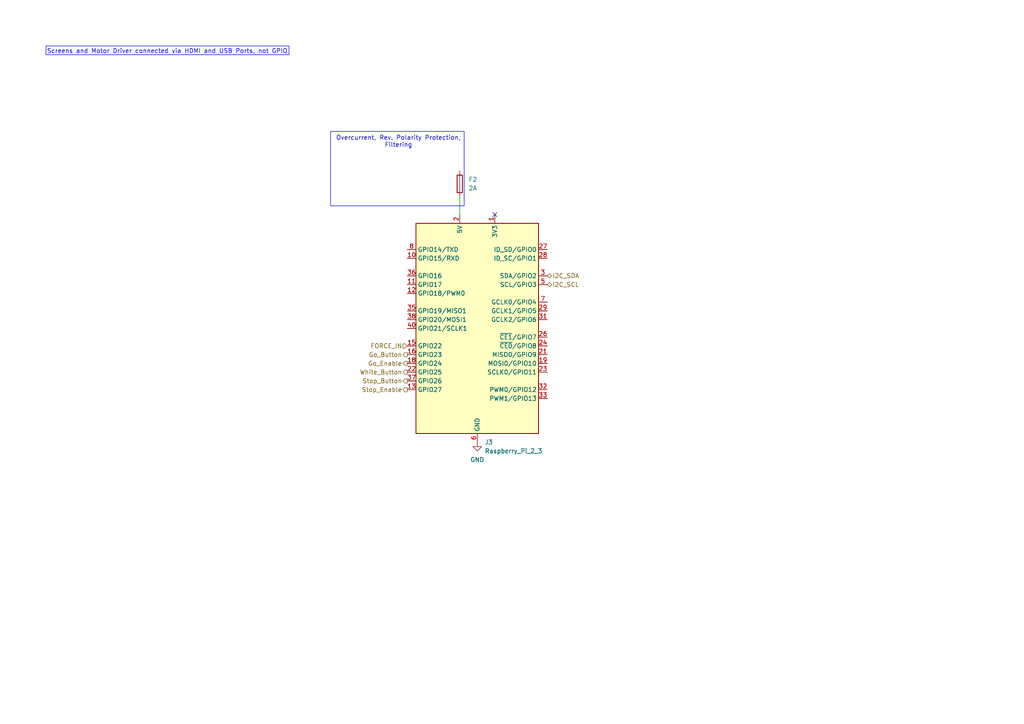
<source format=kicad_sch>
(kicad_sch (version 20250114) (generator "eeschema") (generator_version "9.0")
  (paper "A4")
  (lib_symbols
    (symbol "Connector:Raspberry_Pi_2_3"
      (property "Reference" "J" (at -17.78 31.75 0))
      (property "Value" "Raspberry_Pi_2_3" (at 10.16 -31.75 0))
      (symbol "Raspberry_Pi_2_3_0_1"
        (rectangle (start -17.78 30.48) (end 17.78 -30.48) (stroke (width 0.254)) (fill (type background)))
      )
      (symbol "Raspberry_Pi_2_3_1_1"
        (pin bidirectional line (at -20.32 22.86 0) (length 2.54) (name "GPIO14/TXD") (number "8"))
        (pin bidirectional line (at -20.32 20.32 0) (length 2.54) (name "GPIO15/RXD") (number "10"))
        (pin bidirectional line (at -20.32 15.24 0) (length 2.54) (name "GPIO16") (number "36"))
        (pin bidirectional line (at -20.32 12.7 0) (length 2.54) (name "GPIO17") (number "11"))
        (pin bidirectional line (at -20.32 10.16 0) (length 2.54) (name "GPIO18/PWM0") (number "12"))
        (pin bidirectional line (at -20.32 5.08 0) (length 2.54) (name "GPIO19/MISO1") (number "35"))
        (pin bidirectional line (at -20.32 2.54 0) (length 2.54) (name "GPIO20/MOSI1") (number "38"))
        (pin bidirectional line (at -20.32 0 0) (length 2.54) (name "GPIO21/SCLK1") (number "40"))
        (pin bidirectional line (at -20.32 -5.08 0) (length 2.54) (name "GPIO22") (number "15"))
        (pin bidirectional line (at -20.32 -7.62 0) (length 2.54) (name "GPIO23") (number "16"))
        (pin bidirectional line (at -20.32 -10.16 0) (length 2.54) (name "GPIO24") (number "18"))
        (pin bidirectional line (at -20.32 -12.7 0) (length 2.54) (name "GPIO25") (number "22"))
        (pin bidirectional line (at -20.32 -15.24 0) (length 2.54) (name "GPIO26") (number "37"))
        (pin bidirectional line (at -20.32 -17.78 0) (length 2.54) (name "GPIO27") (number "13"))
        (pin power_in line (at -5.08 33.02 270) (length 2.54) (name "5V") (number "2"))
        (pin passive line (at -5.08 33.02 270) (length 2.54) (hide yes) (name "5V") (number "4"))
        (pin passive line (at 0 -33.02 90) (length 2.54) (hide yes) (name "GND") (number "14"))
        (pin passive line (at 0 -33.02 90) (length 2.54) (hide yes) (name "GND") (number "20"))
        (pin passive line (at 0 -33.02 90) (length 2.54) (hide yes) (name "GND") (number "25"))
        (pin passive line (at 0 -33.02 90) (length 2.54) (hide yes) (name "GND") (number "30"))
        (pin passive line (at 0 -33.02 90) (length 2.54) (hide yes) (name "GND") (number "34"))
        (pin passive line (at 0 -33.02 90) (length 2.54) (hide yes) (name "GND") (number "39"))
        (pin power_in line (at 0 -33.02 90) (length 2.54) (name "GND") (number "6"))
        (pin passive line (at 0 -33.02 90) (length 2.54) (hide yes) (name "GND") (number "9"))
        (pin power_in line (at 5.08 33.02 270) (length 2.54) (name "3V3") (number "1"))
        (pin passive line (at 5.08 33.02 270) (length 2.54) (hide yes) (name "3V3") (number "17"))
        (pin bidirectional line (at 20.32 22.86 180) (length 2.54) (name "ID_SD/GPIO0") (number "27"))
        (pin bidirectional line (at 20.32 20.32 180) (length 2.54) (name "ID_SC/GPIO1") (number "28"))
        (pin bidirectional line (at 20.32 15.24 180) (length 2.54) (name "SDA/GPIO2") (number "3"))
        (pin bidirectional line (at 20.32 12.7 180) (length 2.54) (name "SCL/GPIO3") (number "5"))
        (pin bidirectional line (at 20.32 7.62 180) (length 2.54) (name "GCLK0/GPIO4") (number "7"))
        (pin bidirectional line (at 20.32 5.08 180) (length 2.54) (name "GCLK1/GPIO5") (number "29"))
        (pin bidirectional line (at 20.32 2.54 180) (length 2.54) (name "GCLK2/GPIO6") (number "31"))
        (pin bidirectional line (at 20.32 -2.54 180) (length 2.54) (name "~{CE1}/GPIO7") (number "26"))
        (pin bidirectional line (at 20.32 -5.08 180) (length 2.54) (name "~{CE0}/GPIO8") (number "24"))
        (pin bidirectional line (at 20.32 -7.62 180) (length 2.54) (name "MISO0/GPIO9") (number "21"))
        (pin bidirectional line (at 20.32 -10.16 180) (length 2.54) (name "MOSI0/GPIO10") (number "19"))
        (pin bidirectional line (at 20.32 -12.7 180) (length 2.54) (name "SCLK0/GPIO11") (number "23"))
        (pin bidirectional line (at 20.32 -17.78 180) (length 2.54) (name "PWM0/GPIO12") (number "32"))
        (pin bidirectional line (at 20.32 -20.32 180) (length 2.54) (name "PWM1/GPIO13") (number "33"))
      )
    )
    (symbol "Device:Fuse" (pin_numbers (hide yes)) (pin_names (offset 0))
      (property "Reference" "F" (at 2.032 0 90))
      (property "Value" "Fuse" (at -1.905 0 90))
      (symbol "Fuse_0_1"
        (rectangle (start -0.762 -2.54) (end 0.762 2.54) (stroke (width 0.254)))
        (polyline (pts (xy 0 2.54) (xy 0 -2.54)))
      )
      (symbol "Fuse_1_1"
        (pin passive line (at 0 3.81 270) (length 1.27) (name "~") (number "1"))
        (pin passive line (at 0 -3.81 90) (length 1.27) (name "~") (number "2"))
      )
    )
    (symbol "power:GND" (power) (pin_numbers (hide yes)) (pin_names (offset 0) (hide yes))
      (property "Value" "GND" (at 0 -3.81 0))
      (symbol "GND_0_1"
        (polyline (pts (xy 0 0) (xy 0 -1.27) (xy 1.27 -1.27) (xy 0 -2.54) (xy -1.27 -1.27) (xy 0 -1.27)))
      )
      (symbol "GND_1_1"
        (pin power_in line (at 0 0 270) (length 0) (name "~") (number "1"))
      )
    )
  )
  (rectangle (start 95.885 38.1) (end 134.62 59.69))
  (rectangle (start 13.335 13.335) (end 83.82 15.875))
  (text "Overcurrent, Rev. Polarity Protection,\nFiltering" (at 115.57 41.148 0) (effects (font (size 1.27 1.27))))
  (text "Screens and Motor Driver connected via HDMI and USB Ports, not GPIO" (at 48.514 14.986 0) (effects (font (size 1.27 1.27))))
  (no_connect (at 143.51 62.23))
  (wire (pts (xy 133.35 57.15) (xy 133.35 62.23)))
  (hierarchical_label "I2C_SDA" (shape bidirectional) (at 158.75 80.01 0))
  (hierarchical_label "Go_Button" (shape output) (at 118.11 102.87 180))
  (hierarchical_label "Go_Enable" (shape output) (at 118.11 105.41 180))
  (hierarchical_label "FORCE_IN" (shape input) (at 118.11 100.33 180))
  (hierarchical_label "I2C_SCL" (shape bidirectional) (at 158.75 82.55 0))
  (hierarchical_label "White_Button" (shape output) (at 118.11 107.95 180))
  (hierarchical_label "Stop_Button" (shape output) (at 118.11 110.49 180))
  (hierarchical_label "Stop_Enable" (shape output) (at 118.11 113.03 180))
  (symbol (lib_id "power:GND") (at 138.43 128.27 0) (unit 1)
    (property "Reference" "#PWR01" (effects (hide yes)))
    (property "Value" "GND" (at 138.43 133.35 0))
    (property "Description" "Power symbol creates a global label with name \"GND\" , ground" (effects (hide yes)))
  )
  (symbol (lib_id "Device:Fuse") (at 133.35 53.34 0) (unit 1)
    (property "Reference" "F2" (at 135.89 52.0699 0) (effects (justify left)))
    (property "Value" "2A" (at 135.89 54.6099 0) (effects (justify left)))
    (property "Description" "Fuse" (effects (hide yes)))
  )
  (symbol (lib_id "Connector:Raspberry_Pi_2_3") (at 138.43 95.25 0) (unit 1)
    (property "Reference" "J3" (at 140.5733 128.27 0) (effects (justify left)))
    (property "Value" "Raspberry_Pi_2_3" (at 140.5733 130.81 0) (effects (justify left)))
    (property "Datasheet" "https://www.raspberrypi.org/documentation/hardware/raspberrypi/schematics/rpi_SCH_3bplus_1p0_reduced.pdf" (effects (hide yes)))
    (property "Description" "expansion header for Raspberry Pi 2 & 3" (effects (hide yes)))
  )
)
</source>
